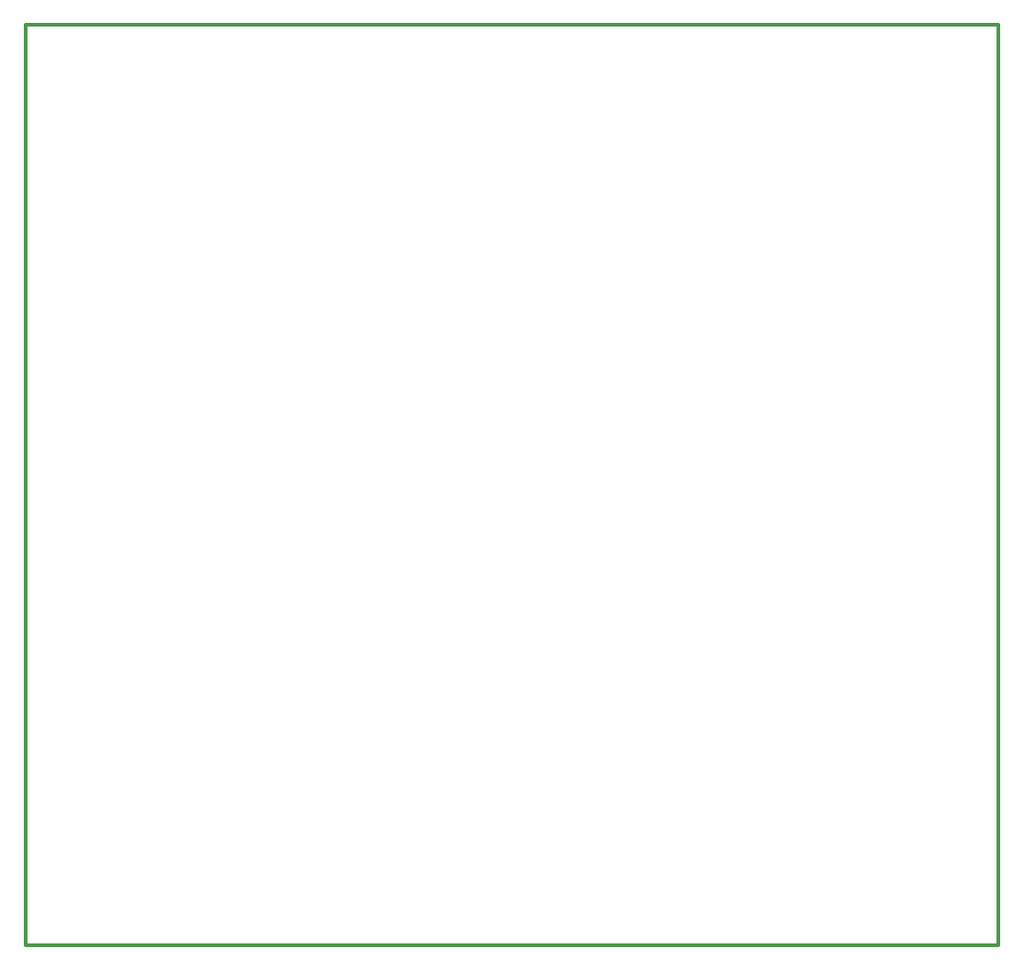
<source format=gm1>
G04*
G04 #@! TF.GenerationSoftware,Altium Limited,Altium Designer,20.1.12 (249)*
G04*
G04 Layer_Color=16711935*
%FSTAX24Y24*%
%MOIN*%
G70*
G04*
G04 #@! TF.SameCoordinates,16AA3A95-E13F-4B7F-BF52-5902ACF92DE2*
G04*
G04*
G04 #@! TF.FilePolarity,Positive*
G04*
G01*
G75*
%ADD84C,0.0120*%
D84*
X0139Y01745D02*
X0139Y05095D01*
X04925Y05095D01*
Y01745D02*
Y05095D01*
X0139Y01745D02*
X04925Y01745D01*
M02*

</source>
